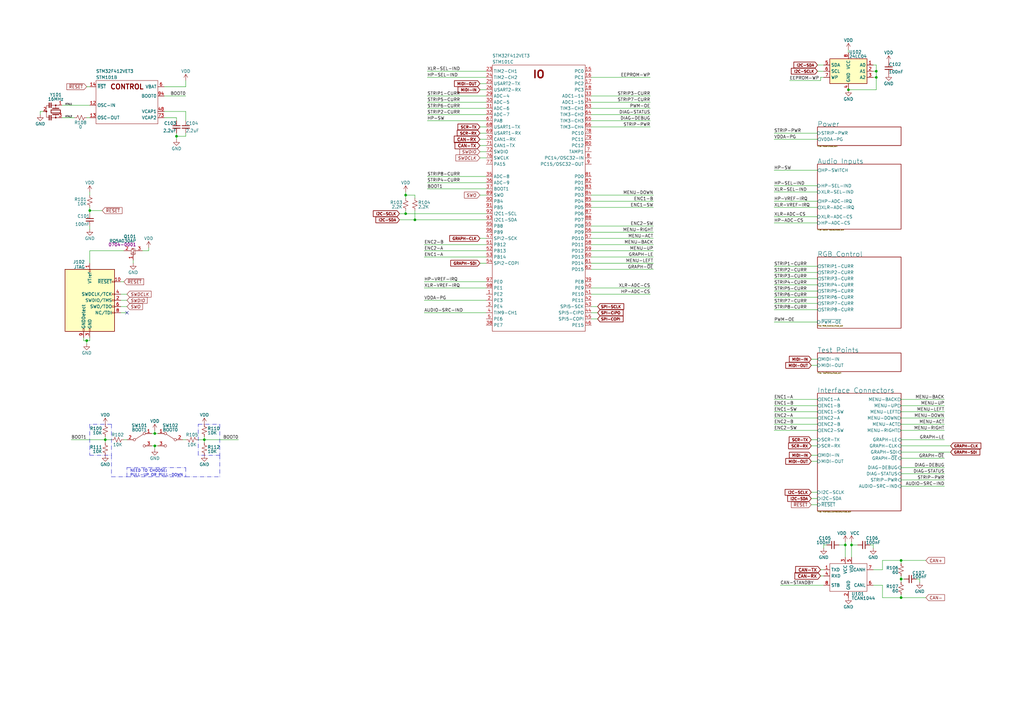
<source format=kicad_sch>
(kicad_sch (version 20211123) (generator eeschema)
  (paper "A3")
  (title_block (title "LightDrum") (rev "REV9") (company "Daxxn Industries"))
  (lib_symbols
    (symbol "Connector:Conn_ARM_JTAG_SWD_10" (pin_names (offset 1.016))
      (property "Reference" "J" (at -2.54 16.51 0))
      (property "Value" "Conn_ARM_JTAG_SWD_10" (at -2.54 13.97 0))
      (symbol "Conn_ARM_JTAG_SWD_10_1_1"
        (pin power_in line (at 0 15.24 270) (length 2.54) (name "VTref") (number "1"))
        (pin open_collector line (at 12.7 7.62 180) (length 2.54) (name "~{RESET}") (number "10"))
        (pin bidirectional line (at 12.7 0 180) (length 2.54) (name "SWDIO/TMS") (number "2"))
        (pin power_in line (at 0 -15.24 90) (length 2.54) (name "GND") (number "3"))
        (pin output line (at 12.7 2.54 180) (length 2.54) (name "SWDCLK/TCK") (number "4"))
        (pin passive line (at 0 -15.24 90) (length 2.54) hide (name "GND") (number "5"))
        (pin input line (at 12.7 -2.54 180) (length 2.54) (name "SWO/TDO") (number "6"))
        (pin no_connect line (at -10.16 0 0) (length 2.54) hide (name "KEY") (number "7"))
        (pin output line (at 12.7 -5.08 180) (length 2.54) (name "NC/TDI") (number "8"))
        (pin passive line (at -2.54 -15.24 90) (length 2.54) (name "GNDDetect") (number "9"))
      )
    )
    (symbol "Daxxn_IC:TCAN1044"
      (property "Reference" "U" (at 10.16 1.27 0))
      (property "Value" "TCAN1044" (at 10.16 3.81 0))
      (symbol "TCAN1044_0_0"
        (pin input line (at -2.54 -2.54 0) (length 2.54) (name "TXD") (number "1"))
        (pin power_in line (at 7.62 -13.97 90) (length 2.54) (name "GND") (number "2"))
        (pin power_in line (at 6.35 2.54 270) (length 2.54) (name "VCC") (number "3"))
        (pin output line (at -2.54 -5.08 0) (length 2.54) (name "RXD") (number "4"))
        (pin power_in line (at 8.89 2.54 270) (length 2.54) (name "VIO") (number "5"))
        (pin bidirectional line (at 17.78 -8.89 180) (length 2.54) (name "CANL") (number "6"))
        (pin bidirectional line (at 17.78 -2.54 180) (length 2.54) (name "CANH") (number "7"))
        (pin input line (at -2.54 -8.89 0) (length 2.54) (name "STB") (number "8"))
      )
    )
    (symbol "Daxxn_STMicros:STM32F412VET3"
      (property "Reference" "STM" (at 0 1.27 0))
      (property "Value" "STM32F412VET3" (at 0 3.81 0))
      (symbol "STM32F412VET3_1_0"
        (text "POWER" (at 11.43 -12.7 0) (effects (font (size 2 2) bold)))
        (pin power_in line (at 25.4 -12.7 180) (length 2.54) (name "VSS") (number "10"))
        (pin power_in line (at -2.54 -22.86 0) (length 2.54) (name "VDD") (number "100"))
        (pin power_in line (at -2.54 -17.78 0) (length 2.54) (name "VDD") (number "11"))
        (pin power_in line (at -2.54 -20.32 0) (length 2.54) (name "VDD") (number "19"))
        (pin input line (at 25.4 -2.54 180) (length 2.54) (name "VSSA/VREF-") (number "20"))
        (pin input line (at -2.54 -2.54 0) (length 2.54) (name "VREF+") (number "21"))
        (pin power_in line (at -2.54 -6.35 0) (length 2.54) (name "VDDA") (number "22"))
        (pin power_in line (at 25.4 -15.24 180) (length 2.54) (name "VSS") (number "27"))
        (pin power_in line (at -2.54 -15.24 0) (length 2.54) (name "VDD") (number "28"))
        (pin power_in line (at 25.4 -17.78 180) (length 2.54) (name "VSS") (number "49"))
        (pin power_in line (at -2.54 -12.7 0) (length 2.54) (name "VDD") (number "50"))
        (pin power_in line (at 25.4 -20.32 180) (length 2.54) (name "VSS") (number "74"))
        (pin power_in line (at -2.54 -10.16 0) (length 2.54) (name "VDD") (number "75"))
        (pin power_in line (at 25.4 -22.86 180) (length 2.54) (name "VSS") (number "99"))
      )
      (symbol "STM32F412VET3_2_0"
        (text "CONTROL" (at 12.7 -2.54 0) (effects (font (size 2 2) bold)))
        (pin input line (at -2.54 -10.16 0) (length 2.54) (name "OSC-IN") (number "12"))
        (pin input line (at -2.54 -12.7 0) (length 2.54) (name "OSC-OUT") (number "13"))
        (pin input line (at -2.54 -2.54 0) (length 2.54) (name "~{RST}") (number "14"))
        (pin input line (at 27.94 -7.62 180) (length 2.54) (name "VCAP1") (number "48"))
        (pin power_in line (at 27.94 -2.54 180) (length 2.54) (name "VBAT") (number "6"))
        (pin input line (at 27.94 -12.7 180) (length 2.54) (name "VCAP2") (number "73"))
        (pin input line (at -2.54 -6.35 0) (length 2.54) (name "BOOT0") (number "94"))
      )
      (symbol "STM32F412VET3_3_0"
        (text "IO" (at 19.05 -3.81 0) (effects (font (size 3 3) bold)))
        (pin bidirectional line (at -2.54 -93.98 0) (length 2.54) (name "PE2") (number "1") (alternate "SPI5-SCK" bidirectional line))
        (pin bidirectional line (at 40.64 -2.54 180) (length 2.54) (name "PC0") (number "15"))
        (pin bidirectional line (at 40.64 -5.08 180) (length 2.54) (name "PC1") (number "16"))
        (pin bidirectional line (at 40.64 -7.62 180) (length 2.54) (name "PC2") (number "17"))
        (pin bidirectional line (at 40.64 -10.16 180) (length 2.54) (name "PC3") (number "18") (alternate "SPI2-COPI" bidirectional line))
        (pin bidirectional line (at -2.54 -96.52 0) (length 2.54) (name "PE3") (number "2"))
        (pin bidirectional line (at -2.54 -2.54 0) (length 2.54) (name "PA0") (number "23") (alternate "TIM2-CH1" bidirectional line))
        (pin bidirectional line (at -2.54 -5.08 0) (length 2.54) (name "PA1") (number "24") (alternate "TIM2-CH2" bidirectional line))
        (pin bidirectional line (at -2.54 -7.62 0) (length 2.54) (name "PA2") (number "25") (alternate "TIM9-CH1" bidirectional line) (alternate "USART2-TX" bidirectional line))
        (pin bidirectional line (at -2.54 -10.16 0) (length 2.54) (name "PA3") (number "26") (alternate "USART2-RX" bidirectional line))
        (pin bidirectional line (at -2.54 -12.7 0) (length 2.54) (name "PA4") (number "29") (alternate "ADC-4" bidirectional line))
        (pin bidirectional line (at -2.54 -99.06 0) (length 2.54) (name "PE4") (number "3"))
        (pin bidirectional line (at -2.54 -15.24 0) (length 2.54) (name "PA5") (number "30") (alternate "ADC-5" bidirectional line) (alternate "TIM2-CH1" bidirectional line))
        (pin bidirectional line (at -2.54 -17.78 0) (length 2.54) (name "PA6") (number "31") (alternate "ADC-6" bidirectional line) (alternate "TIM3-CH1" bidirectional line))
        (pin bidirectional line (at -2.54 -20.32 0) (length 2.54) (name "PA7") (number "32") (alternate "ADC-7" bidirectional line) (alternate "TIM3-CH2" bidirectional line))
        (pin bidirectional line (at 40.64 -12.7 180) (length 2.54) (name "PC4") (number "33") (alternate "ADC1-14" bidirectional line))
        (pin bidirectional line (at 40.64 -15.24 180) (length 2.54) (name "PC5") (number "34") (alternate "ADC1-15" bidirectional line))
        (pin bidirectional line (at -2.54 -45.72 0) (length 2.54) (name "PB0") (number "35") (alternate "ADC-8" bidirectional line) (alternate "SPI5-SCK" bidirectional line) (alternate "TIM3-CH3" bidirectional line))
        (pin bidirectional line (at -2.54 -48.26 0) (length 2.54) (name "PB1") (number "36") (alternate "ADC-9" bidirectional line) (alternate "TIM3-CH4" bidirectional line))
        (pin bidirectional line (at -2.54 -50.8 0) (length 2.54) (name "PB2") (number "37") (alternate "BOOT1" bidirectional line))
        (pin bidirectional line (at -2.54 -106.68 0) (length 2.54) (name "PE7") (number "38"))
        (pin bidirectional line (at 40.64 -88.9 180) (length 2.54) (name "PE8") (number "39"))
        (pin bidirectional line (at -2.54 -101.6 0) (length 2.54) (name "PE5") (number "4") (alternate "SPI5-CIPO" bidirectional line) (alternate "TIM9-CH1" bidirectional line))
        (pin bidirectional line (at 40.64 -91.44 180) (length 2.54) (name "PE9") (number "40"))
        (pin bidirectional line (at 40.64 -93.98 180) (length 2.54) (name "PE10") (number "41"))
        (pin bidirectional line (at 40.64 -96.52 180) (length 2.54) (name "PE11") (number "42"))
        (pin bidirectional line (at 40.64 -99.06 180) (length 2.54) (name "PE12") (number "43") (alternate "SPI5-SCK" bidirectional line))
        (pin bidirectional line (at 40.64 -101.6 180) (length 2.54) (name "PE13") (number "44") (alternate "SPI5-CIPO" bidirectional line))
        (pin bidirectional line (at 40.64 -104.14 180) (length 2.54) (name "PE14") (number "45") (alternate "SPI5-COPI" bidirectional line))
        (pin bidirectional line (at 40.64 -106.68 180) (length 2.54) (name "PE15") (number "46"))
        (pin bidirectional line (at -2.54 -71.12 0) (length 2.54) (name "PB10") (number "47") (alternate "SPI2-SCK" bidirectional line))
        (pin bidirectional line (at -2.54 -104.14 0) (length 2.54) (name "PE6") (number "5") (alternate "SPI5-COPI" bidirectional line))
        (pin bidirectional line (at -2.54 -73.66 0) (length 2.54) (name "PB12") (number "51"))
        (pin bidirectional line (at -2.54 -76.2 0) (length 2.54) (name "PB13") (number "52") (alternate "SPI2-SCK" bidirectional line))
        (pin bidirectional line (at -2.54 -78.74 0) (length 2.54) (name "PB14") (number "53"))
        (pin bidirectional line (at -2.54 -81.28 0) (length 2.54) (name "PB15") (number "54") (alternate "SPI2-COPI" bidirectional line))
        (pin bidirectional line (at 40.64 -66.04 180) (length 2.54) (name "PD8") (number "55"))
        (pin bidirectional line (at 40.64 -68.58 180) (length 2.54) (name "PD9") (number "56"))
        (pin bidirectional line (at 40.64 -71.12 180) (length 2.54) (name "PD10") (number "57"))
        (pin bidirectional line (at 40.64 -73.66 180) (length 2.54) (name "PD11") (number "58"))
        (pin bidirectional line (at 40.64 -76.2 180) (length 2.54) (name "PD12") (number "59"))
        (pin bidirectional line (at 40.64 -78.74 180) (length 2.54) (name "PD13") (number "60"))
        (pin bidirectional line (at 40.64 -81.28 180) (length 2.54) (name "PD14") (number "61"))
        (pin bidirectional line (at 40.64 -83.82 180) (length 2.54) (name "PD15") (number "62"))
        (pin bidirectional line (at 40.64 -17.78 180) (length 2.54) (name "PC6") (number "63") (alternate "TIM3-CH1" bidirectional line))
        (pin bidirectional line (at 40.64 -20.32 180) (length 2.54) (name "PC7") (number "64") (alternate "SPI2-SCK" bidirectional line) (alternate "TIM3-CH2" bidirectional line))
        (pin bidirectional line (at 40.64 -22.86 180) (length 2.54) (name "PC8") (number "65") (alternate "TIM3-CH3" bidirectional line))
        (pin bidirectional line (at 40.64 -25.4 180) (length 2.54) (name "PC9") (number "66") (alternate "TIM3-CH4" bidirectional line))
        (pin bidirectional line (at -2.54 -22.86 0) (length 2.54) (name "PA8") (number "67"))
        (pin bidirectional line (at -2.54 -25.4 0) (length 2.54) (name "PA9") (number "68") (alternate "USART1-TX" bidirectional line))
        (pin bidirectional line (at -2.54 -27.94 0) (length 2.54) (name "PA10") (number "69") (alternate "SPI5-COPI" bidirectional line) (alternate "USART1-RX" bidirectional line))
        (pin output line (at 40.64 -35.56 180) (length 2.54) (name "TAMP1") (number "7"))
        (pin bidirectional line (at -2.54 -30.48 0) (length 2.54) (name "PA11") (number "70") (alternate "CAN1-RX" bidirectional line))
        (pin bidirectional line (at -2.54 -33.02 0) (length 2.54) (name "PA12") (number "71") (alternate "CAN1-TX" bidirectional line) (alternate "SPI5-CIPO" bidirectional line))
        (pin bidirectional line (at -2.54 -35.56 0) (length 2.54) (name "PA13") (number "72") (alternate "SWDIO" bidirectional line))
        (pin bidirectional line (at -2.54 -38.1 0) (length 2.54) (name "PA14") (number "76") (alternate "SWCLK" bidirectional line))
        (pin bidirectional line (at -2.54 -40.64 0) (length 2.54) (name "PA15") (number "77") (alternate "TIM2-CH1" bidirectional line) (alternate "USART1-TX" bidirectional line))
        (pin bidirectional line (at 40.64 -27.94 180) (length 2.54) (name "PC10") (number "78"))
        (pin bidirectional line (at 40.64 -30.48 180) (length 2.54) (name "PC11") (number "79"))
        (pin bidirectional line (at 40.64 -38.1 180) (length 2.54) (name "PC14/OSC32-IN") (number "8"))
        (pin bidirectional line (at 40.64 -33.02 180) (length 2.54) (name "PC12") (number "80"))
        (pin bidirectional line (at 40.64 -45.72 180) (length 2.54) (name "PD0") (number "81") (alternate "CAN1-RX" bidirectional line))
        (pin bidirectional line (at 40.64 -48.26 180) (length 2.54) (name "PD1") (number "82") (alternate "CAN1-TX" bidirectional line))
        (pin bidirectional line (at 40.64 -50.8 180) (length 2.54) (name "PD2") (number "83"))
        (pin bidirectional line (at 40.64 -53.34 180) (length 2.54) (name "PD3") (number "84") (alternate "SPI2-SCK" bidirectional line))
        (pin bidirectional line (at 40.64 -55.88 180) (length 2.54) (name "PD4") (number "85"))
        (pin bidirectional line (at 40.64 -58.42 180) (length 2.54) (name "PD5") (number "86") (alternate "USART2-TX" bidirectional line))
        (pin bidirectional line (at 40.64 -60.96 180) (length 2.54) (name "PD6") (number "87") (alternate "USART2-RX" bidirectional line))
        (pin bidirectional line (at 40.64 -63.5 180) (length 2.54) (name "PD7") (number "88"))
        (pin bidirectional line (at -2.54 -53.34 0) (length 2.54) (name "PB3") (number "89") (alternate "SWO" bidirectional line) (alternate "TIM2-CH2" bidirectional line) (alternate "USART1-RX" bidirectional line))
        (pin bidirectional line (at 40.64 -40.64 180) (length 2.54) (name "PC15/OSC32-OUT") (number "9"))
        (pin bidirectional line (at -2.54 -55.88 0) (length 2.54) (name "PB4") (number "90") (alternate "TIM3-CH1" bidirectional line))
        (pin bidirectional line (at -2.54 -58.42 0) (length 2.54) (name "PB5") (number "91") (alternate "TIM3-CH2" bidirectional line))
        (pin bidirectional line (at -2.54 -60.96 0) (length 2.54) (name "PB6") (number "92") (alternate "I2C1-SCL" bidirectional line) (alternate "USART1-TX" bidirectional line))
        (pin bidirectional line (at -2.54 -63.5 0) (length 2.54) (name "PB7") (number "93") (alternate "I2C1-SDA" bidirectional line) (alternate "USART1-RX" bidirectional line))
        (pin bidirectional line (at -2.54 -66.04 0) (length 2.54) (name "PB8") (number "95") (alternate "CAN1-RX" bidirectional line) (alternate "I2C1-SCL" bidirectional line) (alternate "SPI5-COPI" bidirectional line))
        (pin bidirectional line (at -2.54 -68.58 0) (length 2.54) (name "PB9") (number "96") (alternate "CAN1-TX" bidirectional line) (alternate "I2C1-SDA" bidirectional line))
        (pin bidirectional line (at -2.54 -88.9 0) (length 2.54) (name "PE0") (number "97"))
        (pin bidirectional line (at -2.54 -91.44 0) (length 2.54) (name "PE1") (number "98"))
      )
    )
    (symbol "Daxxn_Transistors:RQ5A030AP"
      (property "Reference" "Q" (at 2.54 -1.27 0))
      (property "Value" "RQ5A030AP" (at 2.54 1.27 0))
      (property "PartNumber" "0704-0001" (at 2.54 3.81 0))
      (symbol "RQ5A030AP_0_0"
        (pin bidirectional line (at -2.54 0 0) (length 2.2) (name "G") (number "1"))
        (pin bidirectional line (at 1.27 3.81 270) (length 2.54) (name "S") (number "2"))
        (pin bidirectional line (at 1.27 -3.81 90) (length 2.54) (name "D") (number "3"))
      )
    )
    (symbol "Device:C_Small" (pin_numbers hide) (pin_names (offset 0.254) hide)
      (property "Reference" "C" (at 0.254 1.778 0))
      (property "Value" "C_Small" (at 0.254 -2.032 0))
      (symbol "C_Small_1_1"
        (pin passive line (at 0 2.54 270) (length 2.032) (name "~") (number "1"))
        (pin passive line (at 0 -2.54 90) (length 2.032) (name "~") (number "2"))
      )
    )
    (symbol "Device:R_Small_US" (pin_numbers hide) (pin_names (offset 0.254) hide)
      (property "Reference" "R" (at 0.762 0.508 0))
      (property "Value" "R_Small_US" (at 0.762 -1.016 0))
      (symbol "R_Small_US_1_1"
        (pin passive line (at 0 2.54 270) (length 1.016) (name "~") (number "1"))
        (pin passive line (at 0 -2.54 90) (length 1.016) (name "~") (number "2"))
      )
    )
    (symbol "Device:Resonator_Small" (pin_names (offset 1.016) hide)
      (property "Reference" "Y" (at 3.175 1.905 0))
      (property "Value" "Resonator_Small" (at 3.175 0 0))
      (symbol "Resonator_Small_1_1"
        (pin passive line (at -2.54 2.54 270) (length 1.27) (name "1") (number "1"))
        (pin passive line (at 0 -5.08 90) (length 1.27) (name "2") (number "2"))
        (pin passive line (at 2.54 2.54 270) (length 1.27) (name "3") (number "3"))
      )
    )
    (symbol "Memory_EEPROM:24LC04"
      (property "Reference" "U" (at -6.35 6.35 0))
      (property "Value" "24LC04" (at 1.27 6.35 0))
      (symbol "24LC04_1_1"
        (pin input line (at -10.16 2.54 0) (length 2.54) (name "A0") (number "1"))
        (pin input line (at -10.16 0 0) (length 2.54) (name "A1") (number "2"))
        (pin input line (at -10.16 -2.54 0) (length 2.54) (name "A2") (number "3"))
        (pin power_in line (at 0 -7.62 90) (length 2.54) (name "GND") (number "4"))
        (pin bidirectional line (at 10.16 2.54 180) (length 2.54) (name "SDA") (number "5"))
        (pin input line (at 10.16 0 180) (length 2.54) (name "SCL") (number "6"))
        (pin input line (at 10.16 -2.54 180) (length 2.54) (name "WP") (number "7"))
        (pin power_in line (at 0 7.62 270) (length 2.54) (name "VCC") (number "8"))
      )
    )
    (symbol "STM32F412VET3_1"
      (property "Reference" "STM" (at 0 1.27 0))
      (property "Value" "STM32F412VET3_1" (at 0 3.81 0))
      (symbol "STM32F412VET3_1_1_0"
        (text "POWER" (at 11.43 -12.7 0) (effects (font (size 2 2) bold)))
        (pin power_in line (at 25.4 -12.7 180) (length 2.54) (name "VSS") (number "10"))
        (pin power_in line (at -2.54 -22.86 0) (length 2.54) (name "VDD") (number "100"))
        (pin power_in line (at -2.54 -17.78 0) (length 2.54) (name "VDD") (number "11"))
        (pin power_in line (at -2.54 -20.32 0) (length 2.54) (name "VDD") (number "19"))
        (pin input line (at 25.4 -2.54 180) (length 2.54) (name "VSSA/VREF-") (number "20"))
        (pin input line (at -2.54 -2.54 0) (length 2.54) (name "VREF+") (number "21"))
        (pin power_in line (at -2.54 -6.35 0) (length 2.54) (name "VDDA") (number "22"))
        (pin power_in line (at 25.4 -15.24 180) (length 2.54) (name "VSS") (number "27"))
        (pin power_in line (at -2.54 -15.24 0) (length 2.54) (name "VDD") (number "28"))
        (pin power_in line (at 25.4 -17.78 180) (length 2.54) (name "VSS") (number "49"))
        (pin power_in line (at -2.54 -12.7 0) (length 2.54) (name "VDD") (number "50"))
        (pin power_in line (at 25.4 -20.32 180) (length 2.54) (name "VSS") (number "74"))
        (pin power_in line (at -2.54 -10.16 0) (length 2.54) (name "VDD") (number "75"))
        (pin power_in line (at 25.4 -22.86 180) (length 2.54) (name "VSS") (number "99"))
      )
      (symbol "STM32F412VET3_1_2_0"
        (text "CONTROL" (at 12.7 -2.54 0) (effects (font (size 2 2) bold)))
        (pin input line (at -2.54 -10.16 0) (length 2.54) (name "OSC-IN") (number "12"))
        (pin input line (at -2.54 -15.24 0) (length 2.54) (name "OSC-OUT") (number "13"))
        (pin input line (at -2.54 -2.54 0) (length 2.54) (name "~{RST}") (number "14"))
        (pin input line (at 27.94 -12.7 180) (length 2.54) (name "VCAP1") (number "48"))
        (pin power_in line (at 27.94 -2.54 180) (length 2.54) (name "VBAT") (number "6"))
        (pin input line (at 27.94 -15.24 180) (length 2.54) (name "VCAP2") (number "73"))
        (pin input line (at 27.94 -6.35 180) (length 2.54) (name "BOOT0") (number "94"))
      )
      (symbol "STM32F412VET3_1_3_0"
        (text "IO" (at 19.05 -3.81 0) (effects (font (size 3 3) bold)))
        (pin bidirectional line (at -2.54 -93.98 0) (length 2.54) (name "PE2") (number "1") (alternate "SPI5-SCK" bidirectional line))
        (pin bidirectional line (at 40.64 -2.54 180) (length 2.54) (name "PC0") (number "15"))
        (pin bidirectional line (at 40.64 -5.08 180) (length 2.54) (name "PC1") (number "16"))
        (pin bidirectional line (at 40.64 -7.62 180) (length 2.54) (name "PC2") (number "17"))
        (pin bidirectional line (at 40.64 -10.16 180) (length 2.54) (name "PC3") (number "18") (alternate "SPI2-COPI" bidirectional line))
        (pin bidirectional line (at -2.54 -96.52 0) (length 2.54) (name "PE3") (number "2"))
        (pin bidirectional line (at -2.54 -2.54 0) (length 2.54) (name "PA0") (number "23") (alternate "TIM2-CH1" bidirectional line))
        (pin bidirectional line (at -2.54 -5.08 0) (length 2.54) (name "PA1") (number "24") (alternate "TIM2-CH2" bidirectional line))
        (pin bidirectional line (at -2.54 -7.62 0) (length 2.54) (name "PA2") (number "25") (alternate "TIM9-CH1" bidirectional line) (alternate "USART2-TX" bidirectional line))
        (pin bidirectional line (at -2.54 -10.16 0) (length 2.54) (name "PA3") (number "26") (alternate "USART2-RX" bidirectional line))
        (pin bidirectional line (at -2.54 -12.7 0) (length 2.54) (name "PA4") (number "29") (alternate "ADC-4" bidirectional line))
        (pin bidirectional line (at -2.54 -99.06 0) (length 2.54) (name "PE4") (number "3"))
        (pin bidirectional line (at -2.54 -15.24 0) (length 2.54) (name "PA5") (number "30") (alternate "ADC-5" bidirectional line) (alternate "TIM2-CH1" bidirectional line))
        (pin bidirectional line (at -2.54 -17.78 0) (length 2.54) (name "PA6") (number "31") (alternate "ADC-6" bidirectional line) (alternate "TIM3-CH1" bidirectional line))
        (pin bidirectional line (at -2.54 -20.32 0) (length 2.54) (name "PA7") (number "32") (alternate "ADC-7" bidirectional line) (alternate "TIM3-CH2" bidirectional line))
        (pin bidirectional line (at 40.64 -12.7 180) (length 2.54) (name "PC4") (number "33") (alternate "ADC1-14" bidirectional line))
        (pin bidirectional line (at 40.64 -15.24 180) (length 2.54) (name "PC5") (number "34") (alternate "ADC1-15" bidirectional line))
        (pin bidirectional line (at -2.54 -45.72 0) (length 2.54) (name "PB0") (number "35") (alternate "ADC-8" bidirectional line) (alternate "SPI5-SCK" bidirectional line) (alternate "TIM3-CH3" bidirectional line))
        (pin bidirectional line (at -2.54 -48.26 0) (length 2.54) (name "PB1") (number "36") (alternate "ADC-9" bidirectional line) (alternate "TIM3-CH4" bidirectional line))
        (pin bidirectional line (at -2.54 -50.8 0) (length 2.54) (name "PB2") (number "37") (alternate "BOOT1" bidirectional line))
        (pin bidirectional line (at -2.54 -106.68 0) (length 2.54) (name "PE7") (number "38"))
        (pin bidirectional line (at 40.64 -88.9 180) (length 2.54) (name "PE8") (number "39"))
        (pin bidirectional line (at -2.54 -101.6 0) (length 2.54) (name "PE5") (number "4") (alternate "SPI5-CIPO" bidirectional line) (alternate "TIM9-CH1" bidirectional line))
        (pin bidirectional line (at 40.64 -91.44 180) (length 2.54) (name "PE9") (number "40"))
        (pin bidirectional line (at 40.64 -93.98 180) (length 2.54) (name "PE10") (number "41"))
        (pin bidirectional line (at 40.64 -96.52 180) (length 2.54) (name "PE11") (number "42"))
        (pin bidirectional line (at 40.64 -99.06 180) (length 2.54) (name "PE12") (number "43") (alternate "SPI5-SCK" bidirectional line))
        (pin bidirectional line (at 40.64 -101.6 180) (length 2.54) (name "PE13") (number "44") (alternate "SPI5-CIPO" bidirectional line))
        (pin bidirectional line (at 40.64 -104.14 180) (length 2.54) (name "PE14") (number "45") (alternate "SPI5-COPI" bidirectional line))
        (pin bidirectional line (at 40.64 -106.68 180) (length 2.54) (name "PE15") (number "46"))
        (pin bidirectional line (at -2.54 -71.12 0) (length 2.54) (name "PB10") (number "47") (alternate "SPI2-SCK" bidirectional line))
        (pin bidirectional line (at -2.54 -104.14 0) (length 2.54) (name "PE6") (number "5") (alternate "SPI5-COPI" bidirectional line))
        (pin bidirectional line (at -2.54 -73.66 0) (length 2.54) (name "PB12") (number "51"))
        (pin bidirectional line (at -2.54 -76.2 0) (length 2.54) (name "PB13") (number "52") (alternate "SPI2-SCK" bidirectional line))
        (pin bidirectional line (at -2.54 -78.74 0) (length 2.54) (name "PB14") (number "53"))
        (pin bidirectional line (at -2.54 -81.28 0) (length 2.54) (name "PB15") (number "54") (alternate "SPI2-COPI" bidirectional line))
        (pin bidirectional line (at 40.64 -66.04 180) (length 2.54) (name "PD8") (number "55"))
        (pin bidirectional line (at 40.64 -68.58 180) (length 2.54) (name "PD9") (number "56"))
        (pin bidirectional line (at 40.64 -71.12 180) (length 2.54) (name "PD10") (number "57"))
        (pin bidirectional line (at 40.64 -73.66 180) (length 2.54) (name "PD11") (number "58"))
        (pin bidirectional line (at 40.64 -76.2 180) (length 2.54) (name "PD12") (number "59"))
        (pin bidirectional line (at 40.64 -78.74 180) (length 2.54) (name "PD13") (number "60"))
        (pin bidirectional line (at 40.64 -81.28 180) (length 2.54) (name "PD14") (number "61"))
        (pin bidirectional line (at 40.64 -83.82 180) (length 2.54) (name "PD15") (number "62"))
        (pin bidirectional line (at 40.64 -17.78 180) (length 2.54) (name "PC6") (number "63") (alternate "TIM3-CH1" bidirectional line))
        (pin bidirectional line (at 40.64 -20.32 180) (length 2.54) (name "PC7") (number "64") (alternate "SPI2-SCK" bidirectional line) (alternate "TIM3-CH2" bidirectional line))
        (pin bidirectional line (at 40.64 -22.86 180) (length 2.54) (name "PC8") (number "65") (alternate "TIM3-CH3" bidirectional line))
        (pin bidirectional line (at 40.64 -25.4 180) (length 2.54) (name "PC9") (number "66") (alternate "TIM3-CH4" bidirectional line))
        (pin bidirectional line (at -2.54 -22.86 0) (length 2.54) (name "PA8") (number "67"))
        (pin bidirectional line (at -2.54 -25.4 0) (length 2.54) (name "PA9") (number "68") (alternate "USART1-TX" bidirectional line))
        (pin bidirectional line (at -2.54 -27.94 0) (length 2.54) (name "PA10") (number "69") (alternate "SPI5-COPI" bidirectional line) (alternate "USART1-RX" bidirectional line))
        (pin output line (at 40.64 -35.56 180) (length 2.54) (name "TAMP1") (number "7"))
        (pin bidirectional line (at -2.54 -30.48 0) (length 2.54) (name "PA11") (number "70") (alternate "CAN1-RX" bidirectional line))
        (pin bidirectional line (at -2.54 -33.02 0) (length 2.54) (name "PA12") (number "71") (alternate "CAN1-TX" bidirectional line) (alternate "SPI5-CIPO" bidirectional line))
        (pin bidirectional line (at -2.54 -35.56 0) (length 2.54) (name "PA13") (number "72") (alternate "SWDIO" bidirectional line))
        (pin bidirectional line (at -2.54 -38.1 0) (length 2.54) (name "PA14") (number "76") (alternate "SWCLK" bidirectional line))
        (pin bidirectional line (at -2.54 -40.64 0) (length 2.54) (name "PA15") (number "77") (alternate "TIM2-CH1" bidirectional line) (alternate "USART1-TX" bidirectional line))
        (pin bidirectional line (at 40.64 -27.94 180) (length 2.54) (name "PC10") (number "78"))
        (pin bidirectional line (at 40.64 -30.48 180) (length 2.54) (name "PC11") (number "79"))
        (pin bidirectional line (at 40.64 -38.1 180) (length 2.54) (name "PC14/OSC32-IN") (number "8"))
        (pin bidirectional line (at 40.64 -33.02 180) (length 2.54) (name "PC12") (number "80"))
        (pin bidirectional line (at 40.64 -45.72 180) (length 2.54) (name "PD0") (number "81") (alternate "CAN1-RX" bidirectional line))
        (pin bidirectional line (at 40.64 -48.26 180) (length 2.54) (name "PD1") (number "82") (alternate "CAN1-TX" bidirectional line))
        (pin bidirectional line (at 40.64 -50.8 180) (length 2.54) (name "PD2") (number "83"))
        (pin bidirectional line (at 40.64 -53.34 180) (length 2.54) (name "PD3") (number "84") (alternate "SPI2-SCK" bidirectional line))
        (pin bidirectional line (at 40.64 -55.88 180) (length 2.54) (name "PD4") (number "85"))
        (pin bidirectional line (at 40.64 -58.42 180) (length 2.54) (name "PD5") (number "86") (alternate "USART2-TX" bidirectional line))
        (pin bidirectional line (at 40.64 -60.96 180) (length 2.54) (name "PD6") (number "87") (alternate "USART2-RX" bidirectional line))
        (pin bidirectional line (at 40.64 -63.5 180) (length 2.54) (name "PD7") (number "88"))
        (pin bidirectional line (at -2.54 -53.34 0) (length 2.54) (name "PB3") (number "89") (alternate "SWO" bidirectional line) (alternate "TIM2-CH2" bidirectional line) (alternate "USART1-RX" bidirectional line))
        (pin bidirectional line (at 40.64 -40.64 180) (length 2.54) (name "PC15/OSC32-OUT") (number "9"))
        (pin bidirectional line (at -2.54 -55.88 0) (length 2.54) (name "PB4") (number "90") (alternate "TIM3-CH1" bidirectional line))
        (pin bidirectional line (at -2.54 -58.42 0) (length 2.54) (name "PB5") (number "91") (alternate "TIM3-CH2" bidirectional line))
        (pin bidirectional line (at -2.54 -60.96 0) (length 2.54) (name "PB6") (number "92") (alternate "I2C1-SCL" bidirectional line) (alternate "USART1-TX" bidirectional line))
        (pin bidirectional line (at -2.54 -63.5 0) (length 2.54) (name "PB7") (number "93") (alternate "I2C1-SDA" bidirectional line) (alternate "USART1-RX" bidirectional line))
        (pin bidirectional line (at -2.54 -66.04 0) (length 2.54) (name "PB8") (number "95") (alternate "CAN1-RX" bidirectional line) (alternate "I2C1-SCL" bidirectional line) (alternate "SPI5-COPI" bidirectional line))
        (pin bidirectional line (at -2.54 -68.58 0) (length 2.54) (name "PB9") (number "96") (alternate "CAN1-TX" bidirectional line) (alternate "I2C1-SDA" bidirectional line))
        (pin bidirectional line (at -2.54 -88.9 0) (length 2.54) (name "PE0") (number "97"))
        (pin bidirectional line (at -2.54 -91.44 0) (length 2.54) (name "PE1") (number "98"))
      )
    )
    (symbol "Switch:SW_SPDT" (pin_names (offset 0) hide)
      (property "Reference" "SW" (at 0 4.318 0))
      (property "Value" "SW_SPDT" (at 0 -5.08 0))
      (symbol "SW_SPDT_1_1"
        (pin passive line (at 5.08 2.54 180) (length 2.54) (name "A") (number "1"))
        (pin passive line (at -5.08 0 0) (length 2.54) (name "B") (number "2"))
        (pin passive line (at 5.08 -2.54 180) (length 2.54) (name "C") (number "3"))
      )
    )
    (symbol "power:GND" (power) (pin_names (offset 0))
      (property "Value" "GND" (at 0 -3.81 0))
      (symbol "GND_1_1"
        (pin power_in line (at 0 0 270) (length 0) hide (name "GND") (number "1"))
      )
    )
    (symbol "power:VCC" (power) (pin_names (offset 0))
      (property "Value" "VCC" (at 0 3.81 0))
      (symbol "VCC_1_1"
        (pin power_in line (at 0 0 90) (length 0) hide (name "VCC") (number "1"))
      )
    )
    (symbol "power:VDD" (power) (pin_names (offset 0))
      (property "Value" "VDD" (at 0 3.81 0))
      (symbol "VDD_1_1"
        (pin power_in line (at 0 0 90) (length 0) hide (name "VDD") (number "1"))
      )
    )
  )
  (junction (at 63.5 177.8))
  (junction (at 359.41 31.75))
  (junction (at 35.56 139.7))
  (junction (at 170.18 90.17))
  (junction (at 36.83 86.36))
  (junction (at 369.57 237.49))
  (junction (at 166.37 87.63))
  (junction (at 166.37 80.01))
  (junction (at 63.5 182.88))
  (junction (at 346.71 223.52))
  (junction (at 349.25 223.52))
  (junction (at 369.57 229.87))
  (junction (at 83.82 180.34))
  (junction (at 72.39 55.88))
  (junction (at 359.41 29.21))
  (junction (at 369.57 245.11))
  (junction (at 347.98 36.83))
  (junction (at 43.18 180.34))
  (no_connect (at 52.07 128.27))
  (wire (pts (xy 199.39 115.57) (xy 173.99 115.57)))
  (wire (pts (xy 175.26 39.37) (xy 199.39 39.37)))
  (polyline (pts (xy 52.07 195.58) (xy 52.07 191.77)) (stroke (width 0) (type dash_dot)))
  (wire (pts (xy 166.37 87.63) (xy 199.39 87.63)))
  (polyline (pts (xy 45.72 186.69) (xy 45.72 195.58)) (stroke (width 0) (type dash_dot)))
  (wire (pts (xy 317.5 171.45) (xy 335.28 171.45)))
  (wire (pts (xy 76.2 33.02) (xy 76.2 35.56)))
  (wire (pts (xy 76.2 55.88) (xy 72.39 55.88)))
  (wire (pts (xy 163.83 90.17) (xy 170.18 90.17)))
  (wire (pts (xy 358.14 31.75) (xy 359.41 31.75)))
  (wire (pts (xy 349.25 222.25) (xy 349.25 223.52)))
  (wire (pts (xy 267.97 100.33) (xy 242.57 100.33)))
  (wire (pts (xy 62.23 182.88) (xy 63.5 182.88)))
  (wire (pts (xy 332.74 201.93) (xy 335.28 201.93)))
  (wire (pts (xy 369.57 191.77) (xy 387.35 191.77)))
  (wire (pts (xy 267.97 80.01) (xy 242.57 80.01)))
  (wire (pts (xy 35.56 139.7) (xy 35.56 140.97)))
  (wire (pts (xy 317.5 119.38) (xy 335.28 119.38)))
  (wire (pts (xy 369.57 194.31) (xy 387.35 194.31)))
  (wire (pts (xy 369.57 166.37) (xy 387.35 166.37)))
  (wire (pts (xy 173.99 118.11) (xy 199.39 118.11)))
  (wire (pts (xy 49.53 125.73) (xy 52.07 125.73)))
  (wire (pts (xy 173.99 102.87) (xy 199.39 102.87)))
  (wire (pts (xy 317.5 91.44) (xy 335.28 91.44)))
  (wire (pts (xy 317.5 85.09) (xy 335.28 85.09)))
  (wire (pts (xy 317.5 88.9) (xy 335.28 88.9)))
  (wire (pts (xy 267.97 95.25) (xy 242.57 95.25)))
  (wire (pts (xy 36.83 92.71) (xy 36.83 93.98)))
  (wire (pts (xy 199.39 36.83) (xy 196.85 36.83)))
  (wire (pts (xy 369.57 163.83) (xy 387.35 163.83)))
  (wire (pts (xy 369.57 180.34) (xy 387.35 180.34)))
  (polyline (pts (xy 90.17 186.69) (xy 81.28 186.69)) (stroke (width 0) (type dash_dot)))
  (wire (pts (xy 83.82 179.07) (xy 83.82 180.34)))
  (wire (pts (xy 175.26 44.45) (xy 199.39 44.45)))
  (wire (pts (xy 196.85 62.23) (xy 199.39 62.23)))
  (polyline (pts (xy 45.72 173.99) (xy 36.83 173.99)) (stroke (width 0) (type dash_dot)))
  (wire (pts (xy 43.18 180.34) (xy 43.18 181.61)))
  (wire (pts (xy 317.5 132.08) (xy 335.28 132.08)))
  (wire (pts (xy 266.7 120.65) (xy 242.57 120.65)))
  (wire (pts (xy 63.5 182.88) (xy 63.5 184.15)))
  (wire (pts (xy 369.57 182.88) (xy 389.89 182.88)))
  (wire (pts (xy 17.78 45.72) (xy 16.51 45.72)))
  (wire (pts (xy 175.26 74.93) (xy 199.39 74.93)))
  (polyline (pts (xy 90.17 173.99) (xy 90.17 186.69)) (stroke (width 0) (type dash_dot)))
  (wire (pts (xy 50.8 180.34) (xy 52.07 180.34)))
  (wire (pts (xy 266.7 39.37) (xy 242.57 39.37)))
  (wire (pts (xy 64.77 177.8) (xy 63.5 177.8)))
  (wire (pts (xy 34.29 139.7) (xy 34.29 138.43)))
  (wire (pts (xy 336.55 33.02) (xy 336.55 31.75)))
  (wire (pts (xy 266.7 118.11) (xy 242.57 118.11)))
  (wire (pts (xy 67.31 39.37) (xy 76.2 39.37)))
  (wire (pts (xy 267.97 110.49) (xy 242.57 110.49)))
  (wire (pts (xy 332.74 149.86) (xy 335.28 149.86)))
  (wire (pts (xy 25.4 43.18) (xy 36.83 43.18)))
  (wire (pts (xy 266.7 46.99) (xy 242.57 46.99)))
  (wire (pts (xy 335.28 29.21) (xy 337.82 29.21)))
  (wire (pts (xy 43.18 180.34) (xy 45.72 180.34)))
  (wire (pts (xy 166.37 86.36) (xy 166.37 87.63)))
  (wire (pts (xy 175.26 29.21) (xy 199.39 29.21)))
  (wire (pts (xy 166.37 80.01) (xy 166.37 81.28)))
  (wire (pts (xy 332.74 186.69) (xy 335.28 186.69)))
  (wire (pts (xy 25.4 48.26) (xy 30.48 48.26)))
  (wire (pts (xy 175.26 31.75) (xy 199.39 31.75)))
  (wire (pts (xy 175.26 41.91) (xy 199.39 41.91)))
  (polyline (pts (xy 81.28 186.69) (xy 81.28 173.99)) (stroke (width 0) (type dash_dot)))
  (wire (pts (xy 43.18 179.07) (xy 43.18 180.34)))
  (wire (pts (xy 267.97 97.79) (xy 242.57 97.79)))
  (wire (pts (xy 16.51 45.72) (xy 16.51 46.99)))
  (wire (pts (xy 196.85 54.61) (xy 199.39 54.61)))
  (wire (pts (xy 351.79 223.52) (xy 349.25 223.52)))
  (wire (pts (xy 49.53 120.65) (xy 52.07 120.65)))
  (wire (pts (xy 347.98 21.59) (xy 347.98 20.32)))
  (wire (pts (xy 369.57 229.87) (xy 369.57 231.14)))
  (wire (pts (xy 359.41 36.83) (xy 347.98 36.83)))
  (wire (pts (xy 175.26 46.99) (xy 199.39 46.99)))
  (wire (pts (xy 196.85 80.01) (xy 199.39 80.01)))
  (wire (pts (xy 317.5 54.61) (xy 335.28 54.61)))
  (wire (pts (xy 369.57 237.49) (xy 369.57 238.76)))
  (wire (pts (xy 245.11 130.81) (xy 242.57 130.81)))
  (wire (pts (xy 369.57 171.45) (xy 387.35 171.45)))
  (wire (pts (xy 76.2 49.53) (xy 76.2 45.72)))
  (wire (pts (xy 369.57 243.84) (xy 369.57 245.11)))
  (wire (pts (xy 332.74 180.34) (xy 335.28 180.34)))
  (polyline (pts (xy 76.2 195.58) (xy 90.17 195.58)) (stroke (width 0) (type dash_dot)))
  (wire (pts (xy 267.97 85.09) (xy 242.57 85.09)))
  (polyline (pts (xy 45.72 195.58) (xy 52.07 195.58)) (stroke (width 0) (type dash_dot)))
  (wire (pts (xy 170.18 80.01) (xy 166.37 80.01)))
  (wire (pts (xy 199.39 107.95) (xy 196.85 107.95)))
  (wire (pts (xy 317.5 76.2) (xy 335.28 76.2)))
  (wire (pts (xy 49.53 128.27) (xy 52.07 128.27)))
  (wire (pts (xy 317.5 124.46) (xy 335.28 124.46)))
  (wire (pts (xy 267.97 105.41) (xy 242.57 105.41)))
  (wire (pts (xy 317.5 111.76) (xy 335.28 111.76)))
  (wire (pts (xy 317.5 163.83) (xy 335.28 163.83)))
  (wire (pts (xy 317.5 116.84) (xy 335.28 116.84)))
  (wire (pts (xy 64.77 182.88) (xy 63.5 182.88)))
  (wire (pts (xy 369.57 229.87) (xy 379.73 229.87)))
  (wire (pts (xy 317.5 78.74) (xy 335.28 78.74)))
  (polyline (pts (xy 36.83 173.99) (xy 36.83 186.69)) (stroke (width 0) (type dash_dot)))
  (polyline (pts (xy 52.07 195.58) (xy 76.2 195.58)) (stroke (width 0) (type dash_dot)))
  (wire (pts (xy 323.85 33.02) (xy 336.55 33.02)))
  (wire (pts (xy 170.18 81.28) (xy 170.18 80.01)))
  (wire (pts (xy 346.71 223.52) (xy 346.71 222.25)))
  (wire (pts (xy 369.57 236.22) (xy 369.57 237.49)))
  (wire (pts (xy 369.57 176.53) (xy 387.35 176.53)))
  (wire (pts (xy 196.85 59.69) (xy 199.39 59.69)))
  (wire (pts (xy 166.37 87.63) (xy 163.83 87.63)))
  (wire (pts (xy 81.28 180.34) (xy 83.82 180.34)))
  (wire (pts (xy 335.28 207.01) (xy 332.74 207.01)))
  (wire (pts (xy 266.7 31.75) (xy 242.57 31.75)))
  (wire (pts (xy 50.8 102.87) (xy 36.83 102.87)))
  (wire (pts (xy 36.83 102.87) (xy 36.83 107.95)))
  (wire (pts (xy 369.57 185.42) (xy 389.89 185.42)))
  (wire (pts (xy 266.7 41.91) (xy 242.57 41.91)))
  (polyline (pts (xy 81.28 173.99) (xy 90.17 173.99)) (stroke (width 0) (type dash_dot)))
  (wire (pts (xy 369.57 196.85) (xy 387.35 196.85)))
  (wire (pts (xy 317.5 114.3) (xy 335.28 114.3)))
  (wire (pts (xy 175.26 72.39) (xy 199.39 72.39)))
  (wire (pts (xy 267.97 107.95) (xy 242.57 107.95)))
  (wire (pts (xy 361.95 233.68) (xy 361.95 229.87)))
  (wire (pts (xy 361.95 240.03) (xy 358.14 240.03)))
  (wire (pts (xy 332.74 147.32) (xy 335.28 147.32)))
  (wire (pts (xy 267.97 82.55) (xy 242.57 82.55)))
  (polyline (pts (xy 52.07 191.77) (xy 76.2 191.77)) (stroke (width 0) (type dash_dot)))
  (wire (pts (xy 317.5 166.37) (xy 335.28 166.37)))
  (wire (pts (xy 267.97 102.87) (xy 242.57 102.87)))
  (wire (pts (xy 173.99 105.41) (xy 199.39 105.41)))
  (wire (pts (xy 67.31 48.26) (xy 72.39 48.26)))
  (wire (pts (xy 173.99 128.27) (xy 199.39 128.27)))
  (wire (pts (xy 199.39 34.29) (xy 196.85 34.29)))
  (wire (pts (xy 339.09 223.52) (xy 337.82 223.52)))
  (wire (pts (xy 34.29 139.7) (xy 35.56 139.7)))
  (wire (pts (xy 361.95 229.87) (xy 369.57 229.87)))
  (wire (pts (xy 29.21 180.34) (xy 43.18 180.34)))
  (wire (pts (xy 336.55 236.22) (xy 337.82 236.22)))
  (wire (pts (xy 317.5 82.55) (xy 335.28 82.55)))
  (wire (pts (xy 317.5 176.53) (xy 335.28 176.53)))
  (wire (pts (xy 369.57 237.49) (xy 370.84 237.49)))
  (wire (pts (xy 266.7 49.53) (xy 242.57 49.53)))
  (wire (pts (xy 344.17 223.52) (xy 346.71 223.52)))
  (wire (pts (xy 358.14 26.67) (xy 359.41 26.67)))
  (wire (pts (xy 49.53 115.57) (xy 50.8 115.57)))
  (wire (pts (xy 317.5 127) (xy 335.28 127)))
  (wire (pts (xy 349.25 223.52) (xy 349.25 228.6)))
  (wire (pts (xy 332.74 182.88) (xy 335.28 182.88)))
  (wire (pts (xy 67.31 35.56) (xy 76.2 35.56)))
  (wire (pts (xy 266.7 44.45) (xy 242.57 44.45)))
  (wire (pts (xy 173.99 123.19) (xy 199.39 123.19)))
  (wire (pts (xy 196.85 57.15) (xy 199.39 57.15)))
  (wire (pts (xy 62.23 177.8) (xy 63.5 177.8)))
  (wire (pts (xy 266.7 52.07) (xy 242.57 52.07)))
  (wire (pts (xy 317.5 57.15) (xy 335.28 57.15)))
  (wire (pts (xy 72.39 57.15) (xy 72.39 55.88)))
  (polyline (pts (xy 36.83 186.69) (xy 45.72 186.69)) (stroke (width 0) (type dash_dot)))
  (wire (pts (xy 358.14 233.68) (xy 361.95 233.68)))
  (wire (pts (xy 199.39 97.79) (xy 196.85 97.79)))
  (wire (pts (xy 358.14 223.52) (xy 358.14 224.79)))
  (wire (pts (xy 170.18 86.36) (xy 170.18 90.17)))
  (wire (pts (xy 175.26 77.47) (xy 199.39 77.47)))
  (wire (pts (xy 359.41 26.67) (xy 359.41 29.21)))
  (wire (pts (xy 72.39 48.26) (xy 72.39 49.53)))
  (wire (pts (xy 356.87 223.52) (xy 358.14 223.52)))
  (wire (pts (xy 242.57 125.73) (xy 245.11 125.73)))
  (wire (pts (xy 63.5 177.8) (xy 63.5 176.53)))
  (wire (pts (xy 369.57 245.11) (xy 379.73 245.11)))
  (wire (pts (xy 35.56 48.26) (xy 36.83 48.26)))
  (wire (pts (xy 336.55 31.75) (xy 337.82 31.75)))
  (polyline (pts (xy 76.2 191.77) (xy 76.2 195.58)) (stroke (width 0) (type dash_dot)))
  (wire (pts (xy 375.92 237.49) (xy 377.19 237.49)))
  (wire (pts (xy 369.57 168.91) (xy 387.35 168.91)))
  (wire (pts (xy 36.83 78.74) (xy 36.83 80.01)))
  (wire (pts (xy 35.56 139.7) (xy 36.83 139.7)))
  (wire (pts (xy 369.57 173.99) (xy 387.35 173.99)))
  (wire (pts (xy 359.41 31.75) (xy 359.41 36.83)))
  (wire (pts (xy 369.57 199.39) (xy 387.35 199.39)))
  (wire (pts (xy 175.26 49.53) (xy 199.39 49.53)))
  (wire (pts (xy 36.83 35.56) (xy 35.56 35.56)))
  (wire (pts (xy 36.83 85.09) (xy 36.83 86.36)))
  (wire (pts (xy 49.53 123.19) (xy 52.07 123.19)))
  (wire (pts (xy 36.83 86.36) (xy 36.83 87.63)))
  (wire (pts (xy 377.19 237.49) (xy 377.19 238.76)))
  (wire (pts (xy 332.74 189.23) (xy 335.28 189.23)))
  (wire (pts (xy 36.83 139.7) (xy 36.83 138.43)))
  (wire (pts (xy 76.2 180.34) (xy 74.93 180.34)))
  (wire (pts (xy 170.18 90.17) (xy 199.39 90.17)))
  (wire (pts (xy 76.2 45.72) (xy 67.31 45.72)))
  (wire (pts (xy 173.99 100.33) (xy 199.39 100.33)))
  (wire (pts (xy 335.28 26.67) (xy 337.82 26.67)))
  (wire (pts (xy 361.95 245.11) (xy 361.95 240.03)))
  (wire (pts (xy 317.5 121.92) (xy 335.28 121.92)))
  (wire (pts (xy 72.39 54.61) (xy 72.39 55.88)))
  (wire (pts (xy 245.11 128.27) (xy 242.57 128.27)))
  (wire (pts (xy 196.85 52.07) (xy 199.39 52.07)))
  (wire (pts (xy 359.41 29.21) (xy 359.41 31.75)))
  (wire (pts (xy 83.82 180.34) (xy 83.82 181.61)))
  (wire (pts (xy 76.2 54.61) (xy 76.2 55.88)))
  (wire (pts (xy 267.97 92.71) (xy 242.57 92.71)))
  (wire (pts (xy 83.82 180.34) (xy 97.79 180.34)))
  (wire (pts (xy 54.61 106.68) (xy 54.61 107.95)))
  (wire (pts (xy 60.96 102.87) (xy 60.96 101.6)))
  (wire (pts (xy 337.82 223.52) (xy 337.82 224.79)))
  (wire (pts (xy 369.57 187.96) (xy 387.35 187.96)))
  (wire (pts (xy 317.5 168.91) (xy 335.28 168.91)))
  (wire (pts (xy 166.37 78.74) (xy 166.37 80.01)))
  (wire (pts (xy 58.42 102.87) (xy 60.96 102.87)))
  (wire (pts (xy 317.5 173.99) (xy 335.28 173.99)))
  (wire (pts (xy 317.5 109.22) (xy 335.28 109.22)))
  (wire (pts (xy 358.14 29.21) (xy 359.41 29.21)))
  (polyline (pts (xy 90.17 186.69) (xy 90.17 195.58)) (stroke (width 0) (type dash_dot)))
  (wire (pts (xy 317.5 69.85) (xy 335.28 69.85)))
  (wire (pts (xy 196.85 64.77) (xy 199.39 64.77)))
  (wire (pts (xy 346.71 223.52) (xy 346.71 228.6)))
  (wire (pts (xy 320.04 240.03) (xy 337.82 240.03)))
  (wire (pts (xy 332.74 204.47) (xy 335.28 204.47)))
  (polyline (pts (xy 45.72 173.99) (xy 45.72 186.69)) (stroke (width 0) (type dash_dot)))
  (wire (pts (xy 36.83 86.36) (xy 41.91 86.36)))
  (wire (pts (xy 369.57 245.11) (xy 361.95 245.11)))
  (wire (pts (xy 336.55 233.68) (xy 337.82 233.68)))
  (text "NEED TO CHOOSE:\nPULL-UP OR PULL-DOWN" (at 53.34 195.58 0) (effects (font (size 1.1 1.1)) (justify left bottom)))
  (label "VDDA-PG" (at 173.99 123.19 0))
  (label "BOOT1" (at 175.26 77.47 0))
  (label "MENU-ACT" (at 387.35 173.99 180))
  (label "AUDIO-SRC-IND" (at 387.35 199.39 180))
  (label "DIAG-STATUS" (at 266.7 46.99 180))
  (label "STRIP-PWR" (at 387.35 196.85 180))
  (label "XLR-ADC-CS" (at 266.7 118.11 180))
  (label "MENU-UP" (at 387.35 166.37 180))
  (label "MENU-RIGHT" (at 267.97 95.25 180))
  (label "STRIP8-CURR" (at 175.26 72.39 0))
  (label "CAN-STANDBY" (at 320.04 240.03 0))
  (label "HP-SW" (at 317.5 69.85 0))
  (label "MENU-LEFT" (at 267.97 107.95 180))
  (label "STRIP6-CURR" (at 317.5 121.92 0))
  (label "ENC1-SW" (at 267.97 85.09 180))
  (label "GRAPH-~{OE}" (at 267.97 110.49 180))
  (label "EEPROM-WP" (at 266.7 31.75 180))
  (label "XTAL1" (at 26.67 43.18 0) (effects (font (size 0.64 0.64))))
  (label "AUDIO-SRC-IND" (at 173.99 128.27 0))
  (label "ENC1-B" (at 267.97 82.55 180))
  (label "XLR-VREF-IRQ" (at 317.5 85.09 0))
  (label "ENC2-A" (at 173.99 102.87 0))
  (label "ENC1-A" (at 317.5 163.83 0))
  (label "ENC1-SW" (at 317.5 168.91 0))
  (label "BOOT1" (at 29.21 180.34 0))
  (label "MENU-UP" (at 267.97 102.87 180))
  (label "MENU-DOWN" (at 387.35 171.45 180))
  (label "DIAG-STATUS" (at 387.35 194.31 180))
  (label "MENU-BACK" (at 267.97 100.33 180))
  (label "BOOT0" (at 76.2 39.37 180))
  (label "BOOT0" (at 97.79 180.34 180))
  (label "HP-SEL-IND" (at 175.26 31.75 0))
  (label "XLR-SEL-IND" (at 317.5 78.74 0))
  (label "HP-ADC-CS" (at 266.7 120.65 180))
  (label "STRIP-PWR" (at 266.7 52.07 180))
  (label "XLR-VREF-IRQ" (at 173.99 118.11 0))
  (label "ENC2-SW" (at 317.5 176.53 0))
  (label "STRIP7-CURR" (at 317.5 124.46 0))
  (label "HP-ADC-CS" (at 317.5 91.44 0))
  (label "VDDA-PG" (at 317.5 57.15 0))
  (label "GRAPH-~{OE}" (at 387.35 187.96 180))
  (label "DIAG-DEBUG" (at 266.7 49.53 180))
  (label "STRIP2-CURR" (at 317.5 111.76 0))
  (label "XLR-SEL-IND" (at 175.26 29.21 0))
  (label "STRIP6-CURR" (at 175.26 44.45 0))
  (label "STRIP3-CURR" (at 266.7 39.37 180))
  (label "XTAL2" (at 26.67 48.26 0) (effects (font (size 0.64 0.64))))
  (label "STRIP3-CURR" (at 317.5 114.3 0))
  (label "STRIP5-CURR" (at 317.5 119.38 0))
  (label "HP-SEL-IND" (at 317.5 76.2 0))
  (label "MENU-DOWN" (at 267.97 80.01 180))
  (label "PWM-OE" (at 266.7 44.45 180))
  (label "XLR-ADC-CS" (at 317.5 88.9 0))
  (label "ENC2-B" (at 317.5 173.99 0))
  (label "ENC2-A" (at 317.5 171.45 0))
  (label "MENU-LEFT" (at 387.35 168.91 180))
  (label "EEPROM-WP" (at 323.85 33.02 0))
  (label "STRIP2-CURR" (at 175.26 46.99 0))
  (label "GRAPH-LE" (at 267.97 105.41 180))
  (label "STRIP5-CURR" (at 175.26 41.91 0))
  (label "STRIP1-CURR" (at 175.26 39.37 0))
  (label "MENU-BACK" (at 387.35 163.83 180))
  (label "STRIP7-CURR" (at 266.7 41.91 180))
  (label "STRIP4-CURR" (at 317.5 116.84 0))
  (label "STRIP4-CURR" (at 175.26 74.93 0))
  (label "ENC2-B" (at 173.99 100.33 0))
  (label "HP-VREF-IRQ" (at 173.99 115.57 0))
  (label "HP-SW" (at 175.26 49.53 0))
  (label "STRIP8-CURR" (at 317.5 127 0))
  (label "MENU-ACT" (at 267.97 97.79 180))
  (label "DIAG-DEBUG" (at 387.35 191.77 180))
  (label "GRAPH-LE" (at 387.35 180.34 180))
  (label "HP-VREF-IRQ" (at 317.5 82.55 0))
  (label "STRIP1-CURR" (at 317.5 109.22 0))
  (label "PWM-OE" (at 317.5 132.08 0))
  (label "ENC2-SW" (at 267.97 92.71 180))
  (label "ENC1-A" (at 173.99 105.41 0))
  (label "MENU-RIGHT" (at 387.35 176.53 180))
  (label "ENC1-B" (at 317.5 166.37 0))
  (label "STRIP-PWR" (at 317.5 54.61 0))
  (global_label "I2C-SCLK" (shape input) (at 335.28 29.21 180) (effects (font (size 1.1 1.1) (thickness 0.254) bold)) (property "Intersheet References" "${INTERSHEET_REFS}" (effects hide)))
  (global_label "SCR-TX" (shape input) (at 196.85 52.07 180) (effects (font (size 1.1 1.1) (thickness 0.254) bold)) (property "Intersheet References" "${INTERSHEET_REFS}" (effects hide)))
  (global_label "~{RESET}" (shape input) (at 41.91 86.36 0) (property "Intersheet References" "${INTERSHEET_REFS}" (effects hide)))
  (global_label "CAN+" (shape input) (at 379.73 229.87 0) (property "Intersheet References" "${INTERSHEET_REFS}" (effects hide)))
  (global_label "GRAPH-SDI" (shape input) (at 389.89 185.42 0) (effects (font (size 1.1 1.1) (thickness 0.254) bold)) (property "Intersheet References" "${INTERSHEET_REFS}" (effects hide)))
  (global_label "SCR-RX" (shape input) (at 196.85 54.61 180) (effects (font (size 1.1 1.1) (thickness 0.254) bold)) (property "Intersheet References" "${INTERSHEET_REFS}" (effects hide)))
  (global_label "GRAPH-SDI" (shape input) (at 196.85 107.95 180) (effects (font (size 1.1 1.1) (thickness 0.254) bold)) (property "Intersheet References" "${INTERSHEET_REFS}" (effects hide)))
  (global_label "SCR-RX" (shape input) (at 332.74 182.88 180) (effects (font (size 1.1 1.1) (thickness 0.254) bold)) (property "Intersheet References" "${INTERSHEET_REFS}" (effects hide)))
  (global_label "~{RESET}" (shape input) (at 332.74 207.01 180) (property "Intersheet References" "${INTERSHEET_REFS}" (effects hide)))
  (global_label "MIDI-IN" (shape input) (at 332.74 147.32 180) (effects (font (size 1.1 1.1) (thickness 0.254) bold)) (property "Intersheet References" "${INTERSHEET_REFS}" (effects hide)))
  (global_label "SWO" (shape input) (at 196.85 80.01 180) (effects (font italic)) (property "Intersheet References" "${INTERSHEET_REFS}" (effects hide)))
  (global_label "CAN-RX" (shape input) (at 196.85 57.15 180) (effects (font (thickness 0.254) bold)) (property "Intersheet References" "${INTERSHEET_REFS}" (effects hide)))
  (global_label "CAN-" (shape input) (at 379.73 245.11 0) (property "Intersheet References" "${INTERSHEET_REFS}" (effects hide)))
  (global_label "~{RESET}" (shape input) (at 35.56 35.56 180) (property "Intersheet References" "${INTERSHEET_REFS}" (effects hide)))
  (global_label "SWDCLK" (shape input) (at 52.07 120.65 0) (effects (font italic)) (property "Intersheet References" "${INTERSHEET_REFS}" (effects hide)))
  (global_label "SCR-TX" (shape input) (at 332.74 180.34 180) (effects (font (size 1.1 1.1) (thickness 0.254) bold)) (property "Intersheet References" "${INTERSHEET_REFS}" (effects hide)))
  (global_label "I2C-SDA" (shape input) (at 335.28 26.67 180) (effects (font (size 1.1 1.1) (thickness 0.254) bold)) (property "Intersheet References" "${INTERSHEET_REFS}" (effects hide)))
  (global_label "GRAPH-CLK" (shape input) (at 196.85 97.79 180) (effects (font (size 1.1 1.1) (thickness 0.254) bold)) (property "Intersheet References" "${INTERSHEET_REFS}" (effects hide)))
  (global_label "SWDIO" (shape input) (at 52.07 123.19 0) (effects (font italic)) (property "Intersheet References" "${INTERSHEET_REFS}" (effects hide)))
  (global_label "I2C-SCLK" (shape input) (at 332.74 201.93 180) (effects (font (size 1.1 1.1) (thickness 0.254) bold)) (property "Intersheet References" "${INTERSHEET_REFS}" (effects hide)))
  (global_label "CAN-TX" (shape input) (at 196.85 59.69 180) (effects (font (thickness 0.254) bold)) (property "Intersheet References" "${INTERSHEET_REFS}" (effects hide)))
  (global_label "MIDI-IN" (shape input) (at 332.74 186.69 180) (effects (font (size 1.1 1.1) (thickness 0.254) bold)) (property "Intersheet References" "${INTERSHEET_REFS}" (effects hide)))
  (global_label "MIDI-IN" (shape input) (at 196.85 36.83 180) (effects (font (size 1.1 1.1) (thickness 0.254) bold)) (property "Intersheet References" "${INTERSHEET_REFS}" (effects hide)))
  (global_label "SWDCLK" (shape input) (at 196.85 64.77 180) (effects (font italic)) (property "Intersheet References" "${INTERSHEET_REFS}" (effects hide)))
  (global_label "MIDI-OUT" (shape input) (at 332.74 149.86 180) (effects (font (size 1.1 1.1) (thickness 0.254) bold)) (property "Intersheet References" "${INTERSHEET_REFS}" (effects hide)))
  (global_label "SWO" (shape input) (at 52.07 125.73 0) (effects (font italic)) (property "Intersheet References" "${INTERSHEET_REFS}" (effects hide)))
  (global_label "MIDI-OUT" (shape input) (at 196.85 34.29 180) (effects (font (size 1.1 1.1) (thickness 0.254) bold)) (property "Intersheet References" "${INTERSHEET_REFS}" (effects hide)))
  (global_label "SPI-SCLK" (shape input) (at 245.11 125.73 0) (effects (font (size 1.1 1.1) (thickness 0.254) bold)) (property "Intersheet References" "${INTERSHEET_REFS}" (effects hide)))
  (global_label "SPI-CIPO" (shape input) (at 245.11 128.27 0) (effects (font (size 1.1 1.1) (thickness 0.254) bold)) (property "Intersheet References" "${INTERSHEET_REFS}" (effects hide)))
  (global_label "I2C-SDA" (shape input) (at 163.83 90.17 180) (effects (font (size 1.1 1.1) (thickness 0.254) bold)) (property "Intersheet References" "${INTERSHEET_REFS}" (effects hide)))
  (global_label "I2C-SCLK" (shape input) (at 163.83 87.63 180) (effects (font (size 1.1 1.1) (thickness 0.254) bold)) (property "Intersheet References" "${INTERSHEET_REFS}" (effects hide)))
  (global_label "~{RESET}" (shape input) (at 50.8 115.57 0) (property "Intersheet References" "${INTERSHEET_REFS}" (effects hide)))
  (global_label "SWDIO" (shape input) (at 196.85 62.23 180) (effects (font italic)) (property "Intersheet References" "${INTERSHEET_REFS}" (effects hide)))
  (global_label "MIDI-OUT" (shape input) (at 332.74 189.23 180) (effects (font (size 1.1 1.1) (thickness 0.254) bold)) (property "Intersheet References" "${INTERSHEET_REFS}" (effects hide)))
  (global_label "SPI-COPI" (shape input) (at 245.11 130.81 0) (effects (font (size 1.1 1.1) (thickness 0.254) bold)) (property "Intersheet References" "${INTERSHEET_REFS}" (effects hide)))
  (global_label "I2C-SDA" (shape input) (at 332.74 204.47 180) (effects (font (size 1.1 1.1) (thickness 0.254) bold)) (property "Intersheet References" "${INTERSHEET_REFS}" (effects hide)))
  (global_label "GRAPH-CLK" (shape input) (at 389.89 182.88 0) (effects (font (size 1.1 1.1) (thickness 0.254) bold)) (property "Intersheet References" "${INTERSHEET_REFS}" (effects hide)))
  (global_label "CAN-TX" (shape input) (at 336.55 233.68 180) (effects (font (thickness 0.254) bold)) (property "Intersheet References" "${INTERSHEET_REFS}" (effects hide)))
  (global_label "CAN-RX" (shape input) (at 336.55 236.22 180) (effects (font (thickness 0.254) bold)) (property "Intersheet References" "${INTERSHEET_REFS}" (effects hide)))
  (symbol (lib_id "Device:R_Small_US") (at 166.37 83.82 0) (unit 1)
    (property "Reference" "R103" (at 165.1 83.058 0) (effects (justify right)))
    (property "Value" "2.2K" (at 165.1 84.836 0) (effects (justify right)))
    (property "Footprint" "Resistor_SMD:R_0402_1005Metric" (effects hide))
  )
  (symbol (lib_id "Device:R_Small_US") (at 78.74 180.34 90) (mirror x) (unit 1)
    (property "Reference" "R105" (at 78.74 178.308 90))
    (property "Value" "10K" (at 78.74 182.372 90))
    (property "Footprint" "Resistor_SMD:R_0402_1005Metric" (effects hide))
  )
  (symbol (lib_id "Device:R_Small_US") (at 36.83 82.55 0) (unit 1)
    (property "Reference" "R101" (at 35.56 81.788 0) (effects (justify right)))
    (property "Value" "10K" (at 35.56 83.566 0) (effects (justify right)))
    (property "Footprint" "Resistor_SMD:R_0402_1005Metric" (effects hide))
  )
  (symbol (lib_id "power:GND") (at 72.39 57.15 0) (unit 1)
    (property "Reference" "#PWR0104" (effects hide))
    (property "Value" "GND" (at 72.39 60.96 0))
  )
  (symbol (lib_id "power:VDD") (at 76.2 33.02 0) (unit 1)
    (property "Reference" "#PWR0102" (effects hide))
    (property "Value" "VDD" (at 76.2 29.21 0))
  )
  (symbol (lib_id "power:GND") (at 83.82 186.69 0) (unit 1)
    (property "Reference" "#PWR0138" (effects hide))
    (property "Value" "GND" (at 83.82 190.5 0))
  )
  (symbol (lib_id "Device:R_Small_US") (at 369.57 233.68 0) (unit 1)
    (property "Reference" "R106" (at 368.554 232.918 0) (effects (justify right)))
    (property "Value" "60" (at 368.554 234.696 0) (effects (justify right)))
    (property "Footprint" "Resistor_SMD:R_0402_1005Metric" (effects hide))
  )
  (symbol (lib_id "power:GND") (at 377.19 238.76 0) (mirror y) (unit 1)
    (property "Reference" "#PWR0121" (effects hide))
    (property "Value" "GND" (at 377.19 242.57 0))
  )
  (symbol (lib_id "Device:C_Small") (at 76.2 52.07 0) (unit 1)
    (property "Reference" "C104" (at 76.2 50.546 0) (effects (justify left)))
    (property "Value" "2.2uF" (at 76.2 53.594 0) (effects (justify left)))
    (property "Footprint" "Capacitor_SMD:C_0603_1608Metric" (effects hide))
  )
  (symbol (lib_id "power:VDD") (at 364.49 25.4 0) (unit 1)
    (property "Reference" "#PWR0105" (effects hide))
    (property "Value" "VDD" (at 364.49 21.59 0))
  )
  (symbol (lib_id "power:VCC") (at 349.25 222.25 0) (unit 1)
    (property "Reference" "#PWR0114" (effects hide))
    (property "Value" "VCC" (at 348.742 218.694 0) (effects (justify left)))
  )
  (symbol (lib_id "power:GND") (at 35.56 140.97 0) (unit 1)
    (property "Reference" "#PWR0119" (effects hide))
    (property "Value" "GND" (at 35.56 144.78 0))
  )
  (symbol (lib_id "power:GND") (at 36.83 93.98 0) (unit 1)
    (property "Reference" "#PWR0108" (effects hide))
    (property "Value" "GND" (at 36.83 97.79 0))
  )
  (symbol (lib_id "power:GND") (at 347.98 245.11 0) (mirror y) (unit 1)
    (property "Reference" "#PWR0118" (effects hide))
    (property "Value" "GND" (at 347.98 248.92 0))
  )
  (symbol (lib_id "Device:C_Small") (at 354.33 223.52 270) (mirror x) (unit 1)
    (property "Reference" "C106" (at 355.092 220.726 90) (effects (justify left)))
    (property "Value" "100nF" (at 355.092 222.504 90) (effects (justify left)))
    (property "Footprint" "Capacitor_SMD:C_0402_1005Metric" (effects hide))
  )
  (symbol (lib_id "power:VDD") (at 166.37 78.74 0) (unit 1)
    (property "Reference" "#PWR0112" (effects hide))
    (property "Value" "VDD" (at 166.37 74.93 0))
  )
  (symbol (lib_id "Daxxn_Transistors:RQ5A030AP") (at 54.61 104.14 90) (unit 1)
    (property "Reference" "Q101" (at 55.88 97.028 90) (effects (justify left)))
    (property "Value" "RQ5A030AP" (at 55.88 98.806 90) (effects (justify left)))
    (property "Footprint" "Package_TO_SOT_SMD:SOT-23" (effects hide))
    (property "Datasheet" "%LOCAL_DATASHEETS%\\RQ5A030AP.pdf" (effects hide))
    (property "PartNumber" "0704-0001" (at 55.88 100.33 90) (effects (justify left)))
  )
  (symbol (lib_id "power:VDD") (at 60.96 101.6 0) (unit 1)
    (property "Reference" "#PWR0116" (effects hide))
    (property "Value" "VDD" (at 60.96 97.79 0))
  )
  (symbol (lib_id "Switch:SW_SPDT") (at 69.85 180.34 0) (mirror y) (unit 1)
    (property "Reference" "SW102" (at 69.85 174.498 0))
    (property "Value" "BOOT0" (at 69.85 176.276 0))
    (property "Footprint" "Daxxn_Switches:PCM12SMTR" (effects hide))
  )
  (symbol (lib_id "power:VDD") (at 83.82 173.99 0) (unit 1)
    (property "Reference" "#PWR0133" (effects hide))
    (property "Value" "VDD" (at 83.82 170.18 0))
  )
  (symbol (lib_id "Device:R_Small_US") (at 33.02 48.26 270) (unit 1)
    (property "Reference" "R108" (at 33.02 50.292 90))
    (property "Value" "0" (at 33.02 52.07 90))
    (property "Footprint" "Resistor_SMD:R_0402_1005Metric" (effects hide))
  )
  (symbol (lib_id "Device:C_Small") (at 373.38 237.49 270) (mirror x) (unit 1)
    (property "Reference" "C107" (at 374.142 234.95 90) (effects (justify left)))
    (property "Value" "100nF" (at 374.142 236.474 90) (effects (justify left)))
    (property "Footprint" "Capacitor_SMD:C_0402_1005Metric" (effects hide))
  )
  (symbol (lib_id "Daxxn_STMicros:STM32F412VET3") (at 201.93 26.67 0) (unit 3)
    (property "Reference" "STM101" (at 201.93 25.4 0) (effects (justify left)))
    (property "Value" "STM32F412VET3" (at 201.93 22.86 0) (effects (justify left)))
    (property "Footprint" "Package_QFP:LQFP-100_14x14mm_P0.5mm" (effects hide))
    (property "Datasheet" "%LOCAL_DATASHEETS%/STM32F412.pdf" (effects hide))
    (pin "23" (alternate "TIM2-CH1"))
    (pin "24" (alternate "TIM2-CH2"))
    (pin "25" (alternate "USART2-TX"))
    (pin "26" (alternate "USART2-RX"))
    (pin "29" (alternate "ADC-4"))
    (pin "30" (alternate "ADC-5"))
    (pin "31" (alternate "ADC-6"))
    (pin "32" (alternate "ADC-7"))
    (pin "33" (alternate "ADC1-14"))
    (pin "34" (alternate "ADC1-15"))
    (pin "35" (alternate "ADC-8"))
    (pin "36" (alternate "ADC-9"))
    (pin "37" (alternate "BOOT1"))
    (pin "4" (alternate "TIM9-CH1"))
    (pin "43" (alternate "SPI5-SCK"))
    (pin "44" (alternate "SPI5-CIPO"))
    (pin "45" (alternate "SPI5-COPI"))
    (pin "47" (alternate "SPI2-SCK"))
    (pin "54" (alternate "SPI2-COPI"))
    (pin "63" (alternate "TIM3-CH1"))
    (pin "64" (alternate "TIM3-CH2"))
    (pin "65" (alternate "TIM3-CH3"))
    (pin "66" (alternate "TIM3-CH4"))
    (pin "68" (alternate "USART1-TX"))
    (pin "69" (alternate "USART1-RX"))
    (pin "70" (alternate "CAN1-RX"))
    (pin "71" (alternate "CAN1-TX"))
    (pin "72" (alternate "SWDIO"))
    (pin "76" (alternate "SWCLK"))
    (pin "89" (alternate "SWO"))
    (pin "92" (alternate "I2C1-SCL"))
    (pin "93" (alternate "I2C1-SDA"))
  )
  (symbol (lib_id "power:VDD") (at 346.71 222.25 0) (unit 1)
    (property "Reference" "#PWR0115" (effects hide))
    (property "Value" "VDD" (at 347.218 218.694 0) (effects (justify right)))
  )
  (symbol (lib_id "Device:C_Small") (at 36.83 90.17 0) (unit 1)
    (property "Reference" "C101" (at 36.83 88.646 0) (effects (justify right)))
    (property "Value" "100nF" (at 36.83 91.948 0) (effects (justify right)))
    (property "Footprint" "Capacitor_SMD:C_0402_1005Metric" (effects hide))
  )
  (symbol (lib_id "power:GND") (at 347.98 36.83 0) (unit 1)
    (property "Reference" "#PWR0110" (effects hide))
    (property "Value" "GND" (at 347.98 40.64 0))
  )
  (symbol (lib_id "power:GND") (at 364.49 30.48 0) (unit 1)
    (property "Reference" "#PWR0107" (effects hide))
    (property "Value" "GND" (at 364.49 34.29 0))
  )
  (symbol (lib_id "power:VDD") (at 36.83 78.74 0) (unit 1)
    (property "Reference" "#PWR0101" (effects hide))
    (property "Value" "VDD" (at 36.83 74.93 0))
  )
  (symbol (lib_id "Device:R_Small_US") (at 48.26 180.34 270) (unit 1)
    (property "Reference" "R102" (at 48.26 178.308 90))
    (property "Value" "10K" (at 48.26 182.372 90))
    (property "Footprint" "Resistor_SMD:R_0402_1005Metric" (effects hide))
  )
  (symbol (lib_id "power:GND") (at 337.82 224.79 0) (unit 1)
    (property "Reference" "#PWR0113" (effects hide))
    (property "Value" "GND" (at 337.82 228.6 0))
  )
  (symbol (lib_id "power:GND") (at 358.14 224.79 0) (mirror y) (unit 1)
    (property "Reference" "#PWR0142" (effects hide))
    (property "Value" "GND" (at 358.14 228.6 0))
  )
  (symbol (lib_name "STM32F412VET3_1") (lib_id "Daxxn_STMicros:STM32F412VET3") (at 39.37 33.02 0) (unit 2)
    (property "Reference" "STM101" (at 39.37 31.75 0) (effects (justify left)))
    (property "Value" "STM32F412VET3" (at 39.37 29.21 0) (effects (justify left)))
    (property "Footprint" "Package_QFP:LQFP-100_14x14mm_P0.5mm" (effects hide))
    (property "Datasheet" "%LOCAL_DATASHEETS%/STM32F412.pdf" (effects hide))
    (pin "23" (alternate "TIM2-CH1"))
    (pin "24" (alternate "TIM2-CH2"))
    (pin "25" (alternate "USART2-TX"))
    (pin "26" (alternate "USART2-RX"))
    (pin "29" (alternate "ADC-4"))
    (pin "30" (alternate "ADC-5"))
    (pin "31" (alternate "ADC-6"))
    (pin "32" (alternate "ADC-7"))
    (pin "33" (alternate "ADC1-14"))
    (pin "34" (alternate "ADC1-15"))
    (pin "35" (alternate "ADC-8"))
    (pin "36" (alternate "ADC-9"))
    (pin "37" (alternate "BOOT1"))
    (pin "4" (alternate "TIM9-CH1"))
    (pin "43" (alternate "SPI5-SCK"))
    (pin "44" (alternate "SPI5-CIPO"))
    (pin "45" (alternate "SPI5-COPI"))
    (pin "47" (alternate "SPI2-SCK"))
    (pin "54" (alternate "SPI2-COPI"))
    (pin "63" (alternate "TIM3-CH1"))
    (pin "64" (alternate "TIM3-CH2"))
    (pin "65" (alternate "TIM3-CH3"))
    (pin "66" (alternate "TIM3-CH4"))
    (pin "68" (alternate "USART1-TX"))
    (pin "69" (alternate "USART1-RX"))
    (pin "70" (alternate "CAN1-RX"))
    (pin "71" (alternate "CAN1-TX"))
    (pin "72" (alternate "SWDIO"))
    (pin "76" (alternate "SWCLK"))
    (pin "89" (alternate "SWO"))
    (pin "92" (alternate "I2C1-SCL"))
    (pin "93" (alternate "I2C1-SDA"))
  )
  (symbol (lib_id "Switch:SW_SPDT") (at 57.15 180.34 0) (unit 1)
    (property "Reference" "SW101" (at 57.15 174.498 0))
    (property "Value" "BOOT1" (at 57.15 176.276 0))
    (property "Footprint" "Daxxn_Switches:PCM12SMTR" (effects hide))
  )
  (symbol (lib_id "Connector:Conn_ARM_JTAG_SWD_10") (at 36.83 123.19 0) (unit 1)
    (property "Reference" "J102" (at 34.798 107.442 0) (effects (justify right)))
    (property "Value" "JTAG" (at 34.798 110.236 0) (effects (justify right bottom)))
    (property "Footprint" "Connector:Tag-Connect_TC2050-IDC-FP_2x05_P1.27mm_Vertical" (effects hide))
    (property "Datasheet" "http://infocenter.arm.com/help/topic/com.arm.doc.ddi0314h/DDI0314H_coresight_components_trm.pdf" (effects hide))
  )
  (symbol (lib_id "power:VDD") (at 63.5 176.53 0) (unit 1)
    (property "Reference" "#PWR0106" (effects hide))
    (property "Value" "VDD" (at 63.5 172.72 0))
  )
  (symbol (lib_id "power:GND") (at 54.61 107.95 0) (unit 1)
    (property "Reference" "#PWR0117" (effects hide))
    (property "Value" "GND" (at 54.61 111.76 0))
  )
  (symbol (lib_id "Device:R_Small_US") (at 43.18 184.15 0) (unit 1)
    (property "Reference" "R111" (at 41.91 183.388 0) (effects (justify right)))
    (property "Value" "10K" (at 41.91 185.166 0) (effects (justify right)))
    (property "Footprint" "Resistor_SMD:R_0402_1005Metric" (effects hide))
  )
  (symbol (lib_id "Device:C_Small") (at 72.39 52.07 0) (unit 1)
    (property "Reference" "C103" (at 72.39 50.546 0) (effects (justify right)))
    (property "Value" "2.2uF" (at 72.39 53.594 0) (effects (justify right)))
    (property "Footprint" "Capacitor_SMD:C_0603_1608Metric" (effects hide))
  )
  (symbol (lib_id "Device:R_Small_US") (at 170.18 83.82 0) (unit 1)
    (property "Reference" "R104" (at 171.45 83.058 0) (effects (justify left)))
    (property "Value" "2.2K" (at 171.45 84.836 0) (effects (justify left)))
    (property "Footprint" "Resistor_SMD:R_0402_1005Metric" (effects hide))
  )
  (symbol (lib_id "power:GND") (at 16.51 46.99 0) (unit 1)
    (property "Reference" "#PWR0109" (effects hide))
    (property "Value" "GND" (at 16.51 50.8 0))
  )
  (symbol (lib_id "power:GND") (at 63.5 184.15 0) (unit 1)
    (property "Reference" "#PWR0111" (effects hide))
    (property "Value" "GND" (at 63.5 187.96 0))
  )
  (symbol (lib_id "Device:R_Small_US") (at 369.57 241.3 0) (unit 1)
    (property "Reference" "R107" (at 368.554 240.538 0) (effects (justify right)))
    (property "Value" "60" (at 368.554 242.316 0) (effects (justify right)))
    (property "Footprint" "Resistor_SMD:R_0402_1005Metric" (effects hide))
  )
  (symbol (lib_id "Memory_EEPROM:24LC04") (at 347.98 29.21 0) (mirror y) (unit 1)
    (property "Reference" "U102" (at 348.234 21.336 0) (effects (justify right)))
    (property "Value" "24LC04" (at 348.234 23.114 0) (effects (justify right)))
    (property "Footprint" "Package_SO:SOIC-8_3.9x4.9mm_P1.27mm" (effects hide))
    (property "Datasheet" "http://ww1.microchip.com/downloads/en/DeviceDoc/21708K.pdf" (effects hide))
  )
  (symbol (lib_id "power:VDD") (at 43.18 173.99 0) (unit 1)
    (property "Reference" "#PWR0120" (effects hide))
    (property "Value" "VDD" (at 43.18 170.18 0))
  )
  (symbol (lib_id "power:VDD") (at 347.98 20.32 0) (unit 1)
    (property "Reference" "#PWR0103" (effects hide))
    (property "Value" "VDD" (at 347.98 16.51 0))
  )
  (symbol (lib_id "Device:Resonator_Small") (at 22.86 45.72 270) (unit 1)
    (property "Reference" "Y101" (at 22.86 38.862 90))
    (property "Value" "16MHz" (at 22.86 40.64 90))
    (property "Footprint" "Crystal:Resonator_SMD_Murata_CSTxExxV-3Pin_3.0x1.1mm" (effects hide))
  )
  (symbol (lib_id "power:GND") (at 43.18 186.69 0) (unit 1)
    (property "Reference" "#PWR0134" (effects hide))
    (property "Value" "GND" (at 43.18 190.5 0))
  )
  (symbol (lib_id "Device:C_Small") (at 341.63 223.52 90) (unit 1)
    (property "Reference" "C105" (at 340.868 220.726 90) (effects (justify left)))
    (property "Value" "100nF" (at 340.868 222.504 90) (effects (justify left)))
    (property "Footprint" "Capacitor_SMD:C_0402_1005Metric" (effects hide))
  )
  (symbol (lib_id "Daxxn_IC:TCAN1044") (at 340.36 231.14 0) (unit 1)
    (property "Reference" "U101" (at 349.25 243.586 0) (effects (justify left)))
    (property "Value" "TCAN1044" (at 349.25 245.364 0) (effects (justify left)))
    (property "Footprint" "Package_SO:SOIC-8_3.9x4.9mm_P1.27mm" (effects hide))
    (property "Datasheet" "%LOCAL_DATASHEETS%/TCAN1044-Q1.pdf" (effects hide))
  )
  (symbol (lib_id "Device:R_Small_US") (at 83.82 184.15 0) (unit 1)
    (property "Reference" "R112" (at 85.09 183.388 0) (effects (justify left)))
    (property "Value" "10K" (at 85.09 185.166 0) (effects (justify left)))
    (property "Footprint" "Resistor_SMD:R_0402_1005Metric" (effects hide))
  )
  (symbol (lib_id "Device:R_Small_US") (at 83.82 176.53 0) (unit 1)
    (property "Reference" "R110" (at 85.09 175.768 0) (effects (justify left)))
    (property "Value" "10K" (at 85.09 177.546 0) (effects (justify left)))
    (property "Footprint" "Resistor_SMD:R_0402_1005Metric" (effects hide))
  )
  (symbol (lib_id "Device:C_Small") (at 364.49 27.94 0) (unit 1)
    (property "Reference" "C102" (at 364.49 26.416 0) (effects (justify left)))
    (property "Value" "100nF" (at 364.49 29.464 0) (effects (justify left)))
    (property "Footprint" "Capacitor_SMD:C_0402_1005Metric" (effects hide))
  )
  (symbol (lib_id "Device:R_Small_US") (at 43.18 176.53 0) (unit 1)
    (property "Reference" "R109" (at 41.91 175.768 0) (effects (justify right)))
    (property "Value" "10K" (at 41.91 177.546 0) (effects (justify right)))
    (property "Footprint" "Resistor_SMD:R_0402_1005Metric" (effects hide))
  )
  (sheet (at 335.28 67.31) (size 34.29 26.67) (stroke (width 0.1524))
    (property "Sheet name" "Audio Inputs" (at 335.28 67.31 0) (effects (font (size 2 2)) (justify left bottom)))
    (property "Sheet file" "Audio-Inputs.kicad_sch" (at 335.28 93.98 0) (effects (font (size 0.5 0.5)) (justify left top)))
    (pin "HP-SWITCH" output (at 335.28 69.85 180))
    (pin "HP-SEL-IND" input (at 335.28 76.2 180))
    (pin "XLR-SEL-IND" input (at 335.28 78.74 180))
    (pin "XLR-ADC-CS" input (at 335.28 88.9 180))
    (pin "HP-ADC-CS" input (at 335.28 91.44 180))
    (pin "XLR-ADC-IRQ" output (at 335.28 85.09 180))
    (pin "HP-ADC-IRQ" output (at 335.28 82.55 180))
  )
  (sheet (at 335.28 52.07) (size 34.29 7.62) (stroke (width 0.1524))
    (property "Sheet name" "Power" (at 335.28 52.07 0) (effects (font (size 2 2)) (justify left bottom)))
    (property "Sheet file" "Power.kicad_sch" (at 335.28 59.69 0) (effects (font (size 0.5 0.5)) (justify left top)))
    (pin "STRIP-PWR" input (at 335.28 54.61 180))
    (pin "VDDA-PG" output (at 335.28 57.15 180))
  )
  (sheet (at 335.28 161.29) (size 34.29 48.26) (stroke (width 0.1524))
    (property "Sheet name" "Interface Connectors" (at 335.28 161.29 0) (effects (font (size 2 2)) (justify left bottom)))
    (property "Sheet file" "Interface_Connectors.kicad_sch" (at 335.28 209.55 0) (effects (font (size 0.5 0.5)) (justify left top)))
    (pin "MIDI-OUT" input (at 335.28 189.23 180))
    (pin "MIDI-IN" output (at 335.28 186.69 180))
    (pin "ENC1-A" output (at 335.28 163.83 180))
    (pin "ENC2-SW" output (at 335.28 176.53 180))
    (pin "ENC2-B" output (at 335.28 173.99 180))
    (pin "ENC1-SW" output (at 335.28 168.91 180))
    (pin "ENC1-B" output (at 335.28 166.37 180))
    (pin "ENC2-A" output (at 335.28 171.45 180))
    (pin "DIAG-DEBUG" input (at 369.57 191.77 0))
    (pin "STRIP-PWR" input (at 369.57 196.85 0))
    (pin "GRAPH-LE" input (at 369.57 180.34 0))
    (pin "DIAG-STATUS" input (at 369.57 194.31 0))
    (pin "AUDIO-SRC-IND" input (at 369.57 199.39 0))
    (pin "GRAPH-~{OE}" input (at 369.57 187.96 0))
    (pin "GRAPH-SDI" input (at 369.57 185.42 0))
    (pin "GRAPH-CLK" input (at 369.57 182.88 0))
    (pin "MENU-UP" output (at 369.57 166.37 0))
    (pin "MENU-ACT" output (at 369.57 173.99 0))
    (pin "MENU-LEFT" output (at 369.57 168.91 0))
    (pin "MENU-BACK" output (at 369.57 163.83 0))
    (pin "MENU-DOWN" output (at 369.57 171.45 0))
    (pin "MENU-RIGHT" output (at 369.57 176.53 0))
    (pin "SCR-TX" input (at 335.28 180.34 180))
    (pin "SCR-RX" input (at 335.28 182.88 180))
    (pin "I2C-SCLK" input (at 335.28 201.93 180))
    (pin "I2C-SDA" input (at 335.28 204.47 180))
    (pin "~{RESET}" input (at 335.28 207.01 180))
  )
  (sheet (at 335.28 144.78) (size 34.29 7.62) (stroke (width 0.1524))
    (property "Sheet name" "Test Points" (at 335.28 144.78 0) (effects (font (size 2 2)) (justify left bottom)))
    (property "Sheet file" "TestPoints.kicad_sch" (at 335.28 152.6766 0) (effects (font (size 0.5 0.5)) (justify left top)))
    (pin "MIDI-IN" output (at 335.28 147.32 180))
    (pin "MIDI-OUT" input (at 335.28 149.86 180))
  )
  (sheet (at 335.28 105.41) (size 34.29 29.21) (stroke (width 0.1524))
    (property "Sheet name" "RGB_Control" (at 335.28 105.41 0) (effects (font (size 2 2)) (justify left bottom)))
    (property "Sheet file" "RGB_Control.kicad_sch" (at 335.28 133.35 0) (effects (font (size 0.5 0.5)) (justify left top)))
    (pin "STRIP1-CURR" output (at 335.28 109.22 180))
    (pin "STRIP4-CURR" output (at 335.28 116.84 180))
    (pin "STRIP2-CURR" output (at 335.28 111.76 180))
    (pin "STRIP3-CURR" output (at 335.28 114.3 180))
    (pin "STRIP5-CURR" output (at 335.28 119.38 180))
    (pin "STRIP6-CURR" output (at 335.28 121.92 180))
    (pin "STRIP8-CURR" output (at 335.28 127 180))
    (pin "STRIP7-CURR" output (at 335.28 124.46 180))
    (pin "~{PWM-OE}" input (at 335.28 132.08 180))
  )
)
</source>
